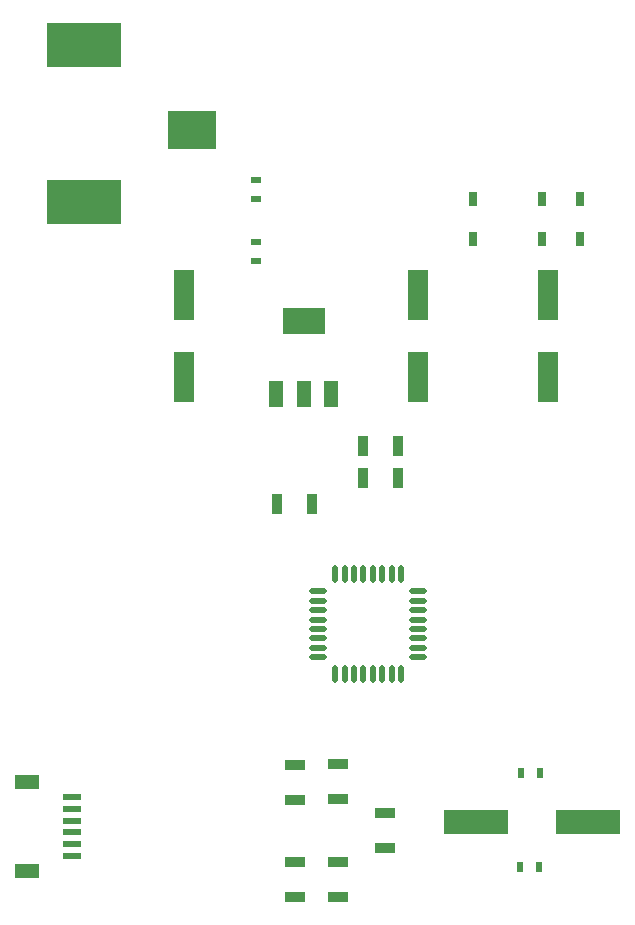
<source format=gtp>
G04*
G04 #@! TF.GenerationSoftware,Altium Limited,Altium Designer,20.0.13 (296)*
G04*
G04 Layer_Color=8421504*
%FSLAX25Y25*%
%MOIN*%
G70*
G01*
G75*
%ADD22R,0.03819X0.06811*%
%ADD23O,0.02165X0.05906*%
%ADD24O,0.05906X0.02165*%
%ADD25R,0.06811X0.03819*%
%ADD26R,0.02126X0.03701*%
%ADD27R,0.03701X0.02126*%
%ADD28R,0.25000X0.15000*%
%ADD29R,0.15984X0.12992*%
G04:AMPARAMS|DCode=30|XSize=47.64mil|YSize=28.74mil|CornerRadius=2.59mil|HoleSize=0mil|Usage=FLASHONLY|Rotation=270.000|XOffset=0mil|YOffset=0mil|HoleType=Round|Shape=RoundedRectangle|*
%AMROUNDEDRECTD30*
21,1,0.04764,0.02357,0,0,270.0*
21,1,0.04247,0.02874,0,0,270.0*
1,1,0.00517,-0.01178,-0.02123*
1,1,0.00517,-0.01178,0.02123*
1,1,0.00517,0.01178,0.02123*
1,1,0.00517,0.01178,-0.02123*
%
%ADD30ROUNDEDRECTD30*%
%ADD31R,0.07087X0.16535*%
%ADD32R,0.14173X0.08661*%
%ADD33R,0.04800X0.08800*%
%ADD34R,0.21654X0.07874*%
%ADD35R,0.06102X0.02362*%
%ADD36R,0.07874X0.04724*%
D22*
X121142Y174409D02*
D03*
X132795D02*
D03*
Y163484D02*
D03*
X121142D02*
D03*
X104114Y154882D02*
D03*
X92461D02*
D03*
D23*
X111764Y98150D02*
D03*
X114913D02*
D03*
X118063D02*
D03*
X121213D02*
D03*
X124362D02*
D03*
X127512D02*
D03*
X130661D02*
D03*
X133811D02*
D03*
Y131614D02*
D03*
X130661D02*
D03*
X127512D02*
D03*
X124362D02*
D03*
X121213D02*
D03*
X118063D02*
D03*
X114913D02*
D03*
X111764D02*
D03*
D24*
X139520Y103858D02*
D03*
Y107008D02*
D03*
Y110158D02*
D03*
Y113307D02*
D03*
Y116457D02*
D03*
Y119606D02*
D03*
Y122756D02*
D03*
Y125906D02*
D03*
X106055D02*
D03*
Y122756D02*
D03*
Y119606D02*
D03*
Y116457D02*
D03*
Y113307D02*
D03*
Y110158D02*
D03*
Y107008D02*
D03*
Y103858D02*
D03*
D25*
X112787Y23882D02*
D03*
Y35535D02*
D03*
X98287Y35689D02*
D03*
Y24035D02*
D03*
X112787Y68189D02*
D03*
Y56536D02*
D03*
X98287Y68036D02*
D03*
Y56382D02*
D03*
X128287Y51882D02*
D03*
Y40228D02*
D03*
D26*
X173287Y33882D02*
D03*
X179587D02*
D03*
X173787Y65382D02*
D03*
X180087D02*
D03*
D27*
X85287Y262882D02*
D03*
Y256583D02*
D03*
Y236083D02*
D03*
Y242382D02*
D03*
D28*
X28197Y255720D02*
D03*
Y308043D02*
D03*
D29*
X64181Y279736D02*
D03*
D30*
X157787Y243268D02*
D03*
Y256496D02*
D03*
X180787Y243268D02*
D03*
Y256496D02*
D03*
X193287Y243268D02*
D03*
Y256496D02*
D03*
D31*
X61287Y197299D02*
D03*
Y224465D02*
D03*
X182787Y197299D02*
D03*
Y224465D02*
D03*
X139287Y197299D02*
D03*
Y224465D02*
D03*
D32*
X101287Y216082D02*
D03*
D33*
X110387Y191682D02*
D03*
X101287D02*
D03*
X92187D02*
D03*
D34*
X195988Y48882D02*
D03*
X158587D02*
D03*
D35*
X23909Y57331D02*
D03*
Y53394D02*
D03*
Y49457D02*
D03*
Y45520D02*
D03*
Y41583D02*
D03*
Y37646D02*
D03*
D36*
X9047Y62449D02*
D03*
Y32528D02*
D03*
M02*

</source>
